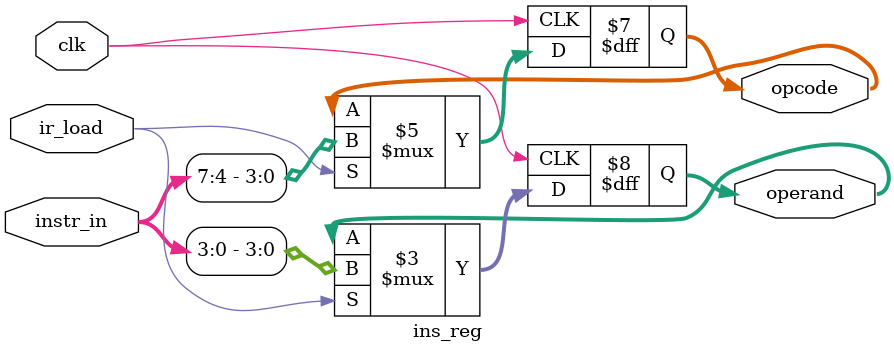
<source format=v>
`timescale 1ns/1ps
module ins_reg(
    input clk,
    input [7:0] instr_in,
    input ir_load,
    output reg [3:0] opcode,  // Correct 4-bit width
    output reg [3:0] operand   // Correct 4-bit width
);

initial begin
    opcode = 4'b0;
    operand = 4'b0;
end

always @(posedge clk) begin
    if (ir_load) begin
        opcode <= instr_in[7:4];
        operand <= instr_in[3:0];
    end
end
endmodule
</source>
